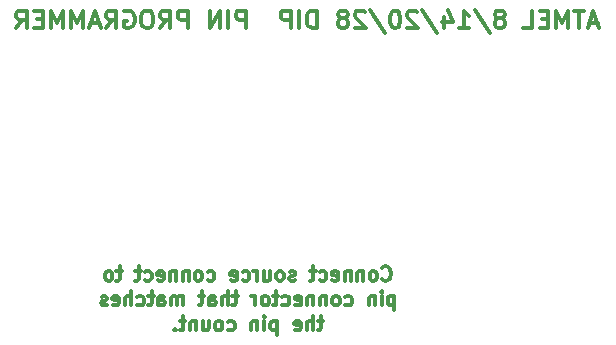
<source format=gbr>
G04 #@! TF.GenerationSoftware,KiCad,Pcbnew,5.1.5+dfsg1-2build2*
G04 #@! TF.CreationDate,2020-09-08T01:32:30-04:00*
G04 #@! TF.ProjectId,multi-avr,6d756c74-692d-4617-9672-2e6b69636164,rev?*
G04 #@! TF.SameCoordinates,Original*
G04 #@! TF.FileFunction,Legend,Bot*
G04 #@! TF.FilePolarity,Positive*
%FSLAX46Y46*%
G04 Gerber Fmt 4.6, Leading zero omitted, Abs format (unit mm)*
G04 Created by KiCad (PCBNEW 5.1.5+dfsg1-2build2) date 2020-09-08 01:32:30*
%MOMM*%
%LPD*%
G04 APERTURE LIST*
%ADD10C,0.300000*%
G04 APERTURE END LIST*
D10*
X135607142Y-37250000D02*
X134892857Y-37250000D01*
X135750000Y-37678571D02*
X135250000Y-36178571D01*
X134750000Y-37678571D01*
X134464285Y-36178571D02*
X133607142Y-36178571D01*
X134035714Y-37678571D02*
X134035714Y-36178571D01*
X133107142Y-37678571D02*
X133107142Y-36178571D01*
X132607142Y-37250000D01*
X132107142Y-36178571D01*
X132107142Y-37678571D01*
X131392857Y-36892857D02*
X130892857Y-36892857D01*
X130678571Y-37678571D02*
X131392857Y-37678571D01*
X131392857Y-36178571D01*
X130678571Y-36178571D01*
X129321428Y-37678571D02*
X130035714Y-37678571D01*
X130035714Y-36178571D01*
X127464285Y-36821428D02*
X127607142Y-36750000D01*
X127678571Y-36678571D01*
X127750000Y-36535714D01*
X127750000Y-36464285D01*
X127678571Y-36321428D01*
X127607142Y-36250000D01*
X127464285Y-36178571D01*
X127178571Y-36178571D01*
X127035714Y-36250000D01*
X126964285Y-36321428D01*
X126892857Y-36464285D01*
X126892857Y-36535714D01*
X126964285Y-36678571D01*
X127035714Y-36750000D01*
X127178571Y-36821428D01*
X127464285Y-36821428D01*
X127607142Y-36892857D01*
X127678571Y-36964285D01*
X127750000Y-37107142D01*
X127750000Y-37392857D01*
X127678571Y-37535714D01*
X127607142Y-37607142D01*
X127464285Y-37678571D01*
X127178571Y-37678571D01*
X127035714Y-37607142D01*
X126964285Y-37535714D01*
X126892857Y-37392857D01*
X126892857Y-37107142D01*
X126964285Y-36964285D01*
X127035714Y-36892857D01*
X127178571Y-36821428D01*
X125178571Y-36107142D02*
X126464285Y-38035714D01*
X123892857Y-37678571D02*
X124750000Y-37678571D01*
X124321428Y-37678571D02*
X124321428Y-36178571D01*
X124464285Y-36392857D01*
X124607142Y-36535714D01*
X124750000Y-36607142D01*
X122607142Y-36678571D02*
X122607142Y-37678571D01*
X122964285Y-36107142D02*
X123321428Y-37178571D01*
X122392857Y-37178571D01*
X120750000Y-36107142D02*
X122035714Y-38035714D01*
X120321428Y-36321428D02*
X120250000Y-36250000D01*
X120107142Y-36178571D01*
X119750000Y-36178571D01*
X119607142Y-36250000D01*
X119535714Y-36321428D01*
X119464285Y-36464285D01*
X119464285Y-36607142D01*
X119535714Y-36821428D01*
X120392857Y-37678571D01*
X119464285Y-37678571D01*
X118535714Y-36178571D02*
X118392857Y-36178571D01*
X118250000Y-36250000D01*
X118178571Y-36321428D01*
X118107142Y-36464285D01*
X118035714Y-36750000D01*
X118035714Y-37107142D01*
X118107142Y-37392857D01*
X118178571Y-37535714D01*
X118250000Y-37607142D01*
X118392857Y-37678571D01*
X118535714Y-37678571D01*
X118678571Y-37607142D01*
X118750000Y-37535714D01*
X118821428Y-37392857D01*
X118892857Y-37107142D01*
X118892857Y-36750000D01*
X118821428Y-36464285D01*
X118750000Y-36321428D01*
X118678571Y-36250000D01*
X118535714Y-36178571D01*
X116321428Y-36107142D02*
X117607142Y-38035714D01*
X115892857Y-36321428D02*
X115821428Y-36250000D01*
X115678571Y-36178571D01*
X115321428Y-36178571D01*
X115178571Y-36250000D01*
X115107142Y-36321428D01*
X115035714Y-36464285D01*
X115035714Y-36607142D01*
X115107142Y-36821428D01*
X115964285Y-37678571D01*
X115035714Y-37678571D01*
X114178571Y-36821428D02*
X114321428Y-36750000D01*
X114392857Y-36678571D01*
X114464285Y-36535714D01*
X114464285Y-36464285D01*
X114392857Y-36321428D01*
X114321428Y-36250000D01*
X114178571Y-36178571D01*
X113892857Y-36178571D01*
X113750000Y-36250000D01*
X113678571Y-36321428D01*
X113607142Y-36464285D01*
X113607142Y-36535714D01*
X113678571Y-36678571D01*
X113750000Y-36750000D01*
X113892857Y-36821428D01*
X114178571Y-36821428D01*
X114321428Y-36892857D01*
X114392857Y-36964285D01*
X114464285Y-37107142D01*
X114464285Y-37392857D01*
X114392857Y-37535714D01*
X114321428Y-37607142D01*
X114178571Y-37678571D01*
X113892857Y-37678571D01*
X113750000Y-37607142D01*
X113678571Y-37535714D01*
X113607142Y-37392857D01*
X113607142Y-37107142D01*
X113678571Y-36964285D01*
X113750000Y-36892857D01*
X113892857Y-36821428D01*
X111821428Y-37678571D02*
X111821428Y-36178571D01*
X111464285Y-36178571D01*
X111250000Y-36250000D01*
X111107142Y-36392857D01*
X111035714Y-36535714D01*
X110964285Y-36821428D01*
X110964285Y-37035714D01*
X111035714Y-37321428D01*
X111107142Y-37464285D01*
X111250000Y-37607142D01*
X111464285Y-37678571D01*
X111821428Y-37678571D01*
X110321428Y-37678571D02*
X110321428Y-36178571D01*
X109607142Y-37678571D02*
X109607142Y-36178571D01*
X109035714Y-36178571D01*
X108892857Y-36250000D01*
X108821428Y-36321428D01*
X108750000Y-36464285D01*
X108750000Y-36678571D01*
X108821428Y-36821428D01*
X108892857Y-36892857D01*
X109035714Y-36964285D01*
X109607142Y-36964285D01*
X105821428Y-37678571D02*
X105821428Y-36178571D01*
X105250000Y-36178571D01*
X105107142Y-36250000D01*
X105035714Y-36321428D01*
X104964285Y-36464285D01*
X104964285Y-36678571D01*
X105035714Y-36821428D01*
X105107142Y-36892857D01*
X105250000Y-36964285D01*
X105821428Y-36964285D01*
X104321428Y-37678571D02*
X104321428Y-36178571D01*
X103607142Y-37678571D02*
X103607142Y-36178571D01*
X102750000Y-37678571D01*
X102750000Y-36178571D01*
X100892857Y-37678571D02*
X100892857Y-36178571D01*
X100321428Y-36178571D01*
X100178571Y-36250000D01*
X100107142Y-36321428D01*
X100035714Y-36464285D01*
X100035714Y-36678571D01*
X100107142Y-36821428D01*
X100178571Y-36892857D01*
X100321428Y-36964285D01*
X100892857Y-36964285D01*
X98535714Y-37678571D02*
X99035714Y-36964285D01*
X99392857Y-37678571D02*
X99392857Y-36178571D01*
X98821428Y-36178571D01*
X98678571Y-36250000D01*
X98607142Y-36321428D01*
X98535714Y-36464285D01*
X98535714Y-36678571D01*
X98607142Y-36821428D01*
X98678571Y-36892857D01*
X98821428Y-36964285D01*
X99392857Y-36964285D01*
X97607142Y-36178571D02*
X97321428Y-36178571D01*
X97178571Y-36250000D01*
X97035714Y-36392857D01*
X96964285Y-36678571D01*
X96964285Y-37178571D01*
X97035714Y-37464285D01*
X97178571Y-37607142D01*
X97321428Y-37678571D01*
X97607142Y-37678571D01*
X97750000Y-37607142D01*
X97892857Y-37464285D01*
X97964285Y-37178571D01*
X97964285Y-36678571D01*
X97892857Y-36392857D01*
X97750000Y-36250000D01*
X97607142Y-36178571D01*
X95535714Y-36250000D02*
X95678571Y-36178571D01*
X95892857Y-36178571D01*
X96107142Y-36250000D01*
X96250000Y-36392857D01*
X96321428Y-36535714D01*
X96392857Y-36821428D01*
X96392857Y-37035714D01*
X96321428Y-37321428D01*
X96250000Y-37464285D01*
X96107142Y-37607142D01*
X95892857Y-37678571D01*
X95750000Y-37678571D01*
X95535714Y-37607142D01*
X95464285Y-37535714D01*
X95464285Y-37035714D01*
X95750000Y-37035714D01*
X93964285Y-37678571D02*
X94464285Y-36964285D01*
X94821428Y-37678571D02*
X94821428Y-36178571D01*
X94250000Y-36178571D01*
X94107142Y-36250000D01*
X94035714Y-36321428D01*
X93964285Y-36464285D01*
X93964285Y-36678571D01*
X94035714Y-36821428D01*
X94107142Y-36892857D01*
X94250000Y-36964285D01*
X94821428Y-36964285D01*
X93392857Y-37250000D02*
X92678571Y-37250000D01*
X93535714Y-37678571D02*
X93035714Y-36178571D01*
X92535714Y-37678571D01*
X92035714Y-37678571D02*
X92035714Y-36178571D01*
X91535714Y-37250000D01*
X91035714Y-36178571D01*
X91035714Y-37678571D01*
X90321428Y-37678571D02*
X90321428Y-36178571D01*
X89821428Y-37250000D01*
X89321428Y-36178571D01*
X89321428Y-37678571D01*
X88607142Y-36892857D02*
X88107142Y-36892857D01*
X87892857Y-37678571D02*
X88607142Y-37678571D01*
X88607142Y-36178571D01*
X87892857Y-36178571D01*
X86392857Y-37678571D02*
X86892857Y-36964285D01*
X87250000Y-37678571D02*
X87250000Y-36178571D01*
X86678571Y-36178571D01*
X86535714Y-36250000D01*
X86464285Y-36321428D01*
X86392857Y-36464285D01*
X86392857Y-36678571D01*
X86464285Y-36821428D01*
X86535714Y-36892857D01*
X86678571Y-36964285D01*
X87250000Y-36964285D01*
X117371428Y-58928571D02*
X117428571Y-58985714D01*
X117600000Y-59042857D01*
X117714285Y-59042857D01*
X117885714Y-58985714D01*
X118000000Y-58871428D01*
X118057142Y-58757142D01*
X118114285Y-58528571D01*
X118114285Y-58357142D01*
X118057142Y-58128571D01*
X118000000Y-58014285D01*
X117885714Y-57900000D01*
X117714285Y-57842857D01*
X117600000Y-57842857D01*
X117428571Y-57900000D01*
X117371428Y-57957142D01*
X116685714Y-59042857D02*
X116800000Y-58985714D01*
X116857142Y-58928571D01*
X116914285Y-58814285D01*
X116914285Y-58471428D01*
X116857142Y-58357142D01*
X116800000Y-58300000D01*
X116685714Y-58242857D01*
X116514285Y-58242857D01*
X116400000Y-58300000D01*
X116342857Y-58357142D01*
X116285714Y-58471428D01*
X116285714Y-58814285D01*
X116342857Y-58928571D01*
X116400000Y-58985714D01*
X116514285Y-59042857D01*
X116685714Y-59042857D01*
X115771428Y-58242857D02*
X115771428Y-59042857D01*
X115771428Y-58357142D02*
X115714285Y-58300000D01*
X115600000Y-58242857D01*
X115428571Y-58242857D01*
X115314285Y-58300000D01*
X115257142Y-58414285D01*
X115257142Y-59042857D01*
X114685714Y-58242857D02*
X114685714Y-59042857D01*
X114685714Y-58357142D02*
X114628571Y-58300000D01*
X114514285Y-58242857D01*
X114342857Y-58242857D01*
X114228571Y-58300000D01*
X114171428Y-58414285D01*
X114171428Y-59042857D01*
X113142857Y-58985714D02*
X113257142Y-59042857D01*
X113485714Y-59042857D01*
X113600000Y-58985714D01*
X113657142Y-58871428D01*
X113657142Y-58414285D01*
X113600000Y-58300000D01*
X113485714Y-58242857D01*
X113257142Y-58242857D01*
X113142857Y-58300000D01*
X113085714Y-58414285D01*
X113085714Y-58528571D01*
X113657142Y-58642857D01*
X112057142Y-58985714D02*
X112171428Y-59042857D01*
X112400000Y-59042857D01*
X112514285Y-58985714D01*
X112571428Y-58928571D01*
X112628571Y-58814285D01*
X112628571Y-58471428D01*
X112571428Y-58357142D01*
X112514285Y-58300000D01*
X112400000Y-58242857D01*
X112171428Y-58242857D01*
X112057142Y-58300000D01*
X111714285Y-58242857D02*
X111257142Y-58242857D01*
X111542857Y-57842857D02*
X111542857Y-58871428D01*
X111485714Y-58985714D01*
X111371428Y-59042857D01*
X111257142Y-59042857D01*
X109999999Y-58985714D02*
X109885714Y-59042857D01*
X109657142Y-59042857D01*
X109542857Y-58985714D01*
X109485714Y-58871428D01*
X109485714Y-58814285D01*
X109542857Y-58700000D01*
X109657142Y-58642857D01*
X109828571Y-58642857D01*
X109942857Y-58585714D01*
X109999999Y-58471428D01*
X109999999Y-58414285D01*
X109942857Y-58300000D01*
X109828571Y-58242857D01*
X109657142Y-58242857D01*
X109542857Y-58300000D01*
X108800000Y-59042857D02*
X108914285Y-58985714D01*
X108971428Y-58928571D01*
X109028571Y-58814285D01*
X109028571Y-58471428D01*
X108971428Y-58357142D01*
X108914285Y-58300000D01*
X108800000Y-58242857D01*
X108628571Y-58242857D01*
X108514285Y-58300000D01*
X108457142Y-58357142D01*
X108400000Y-58471428D01*
X108400000Y-58814285D01*
X108457142Y-58928571D01*
X108514285Y-58985714D01*
X108628571Y-59042857D01*
X108800000Y-59042857D01*
X107371428Y-58242857D02*
X107371428Y-59042857D01*
X107885714Y-58242857D02*
X107885714Y-58871428D01*
X107828571Y-58985714D01*
X107714285Y-59042857D01*
X107542857Y-59042857D01*
X107428571Y-58985714D01*
X107371428Y-58928571D01*
X106800000Y-59042857D02*
X106800000Y-58242857D01*
X106800000Y-58471428D02*
X106742857Y-58357142D01*
X106685714Y-58300000D01*
X106571428Y-58242857D01*
X106457142Y-58242857D01*
X105542857Y-58985714D02*
X105657142Y-59042857D01*
X105885714Y-59042857D01*
X105999999Y-58985714D01*
X106057142Y-58928571D01*
X106114285Y-58814285D01*
X106114285Y-58471428D01*
X106057142Y-58357142D01*
X105999999Y-58300000D01*
X105885714Y-58242857D01*
X105657142Y-58242857D01*
X105542857Y-58300000D01*
X104571428Y-58985714D02*
X104685714Y-59042857D01*
X104914285Y-59042857D01*
X105028571Y-58985714D01*
X105085714Y-58871428D01*
X105085714Y-58414285D01*
X105028571Y-58300000D01*
X104914285Y-58242857D01*
X104685714Y-58242857D01*
X104571428Y-58300000D01*
X104514285Y-58414285D01*
X104514285Y-58528571D01*
X105085714Y-58642857D01*
X102571428Y-58985714D02*
X102685714Y-59042857D01*
X102914285Y-59042857D01*
X103028571Y-58985714D01*
X103085714Y-58928571D01*
X103142857Y-58814285D01*
X103142857Y-58471428D01*
X103085714Y-58357142D01*
X103028571Y-58300000D01*
X102914285Y-58242857D01*
X102685714Y-58242857D01*
X102571428Y-58300000D01*
X101885714Y-59042857D02*
X101999999Y-58985714D01*
X102057142Y-58928571D01*
X102114285Y-58814285D01*
X102114285Y-58471428D01*
X102057142Y-58357142D01*
X101999999Y-58300000D01*
X101885714Y-58242857D01*
X101714285Y-58242857D01*
X101599999Y-58300000D01*
X101542857Y-58357142D01*
X101485714Y-58471428D01*
X101485714Y-58814285D01*
X101542857Y-58928571D01*
X101599999Y-58985714D01*
X101714285Y-59042857D01*
X101885714Y-59042857D01*
X100971428Y-58242857D02*
X100971428Y-59042857D01*
X100971428Y-58357142D02*
X100914285Y-58300000D01*
X100799999Y-58242857D01*
X100628571Y-58242857D01*
X100514285Y-58300000D01*
X100457142Y-58414285D01*
X100457142Y-59042857D01*
X99885714Y-58242857D02*
X99885714Y-59042857D01*
X99885714Y-58357142D02*
X99828571Y-58300000D01*
X99714285Y-58242857D01*
X99542857Y-58242857D01*
X99428571Y-58300000D01*
X99371428Y-58414285D01*
X99371428Y-59042857D01*
X98342857Y-58985714D02*
X98457142Y-59042857D01*
X98685714Y-59042857D01*
X98799999Y-58985714D01*
X98857142Y-58871428D01*
X98857142Y-58414285D01*
X98799999Y-58300000D01*
X98685714Y-58242857D01*
X98457142Y-58242857D01*
X98342857Y-58300000D01*
X98285714Y-58414285D01*
X98285714Y-58528571D01*
X98857142Y-58642857D01*
X97257142Y-58985714D02*
X97371428Y-59042857D01*
X97599999Y-59042857D01*
X97714285Y-58985714D01*
X97771428Y-58928571D01*
X97828571Y-58814285D01*
X97828571Y-58471428D01*
X97771428Y-58357142D01*
X97714285Y-58300000D01*
X97599999Y-58242857D01*
X97371428Y-58242857D01*
X97257142Y-58300000D01*
X96914285Y-58242857D02*
X96457142Y-58242857D01*
X96742857Y-57842857D02*
X96742857Y-58871428D01*
X96685714Y-58985714D01*
X96571428Y-59042857D01*
X96457142Y-59042857D01*
X95314285Y-58242857D02*
X94857142Y-58242857D01*
X95142857Y-57842857D02*
X95142857Y-58871428D01*
X95085714Y-58985714D01*
X94971428Y-59042857D01*
X94857142Y-59042857D01*
X94285714Y-59042857D02*
X94399999Y-58985714D01*
X94457142Y-58928571D01*
X94514285Y-58814285D01*
X94514285Y-58471428D01*
X94457142Y-58357142D01*
X94399999Y-58300000D01*
X94285714Y-58242857D01*
X94114285Y-58242857D01*
X93999999Y-58300000D01*
X93942857Y-58357142D01*
X93885714Y-58471428D01*
X93885714Y-58814285D01*
X93942857Y-58928571D01*
X93999999Y-58985714D01*
X94114285Y-59042857D01*
X94285714Y-59042857D01*
X118400000Y-60342857D02*
X118400000Y-61542857D01*
X118400000Y-60400000D02*
X118285714Y-60342857D01*
X118057142Y-60342857D01*
X117942857Y-60400000D01*
X117885714Y-60457142D01*
X117828571Y-60571428D01*
X117828571Y-60914285D01*
X117885714Y-61028571D01*
X117942857Y-61085714D01*
X118057142Y-61142857D01*
X118285714Y-61142857D01*
X118400000Y-61085714D01*
X117314285Y-61142857D02*
X117314285Y-60342857D01*
X117314285Y-59942857D02*
X117371428Y-60000000D01*
X117314285Y-60057142D01*
X117257142Y-60000000D01*
X117314285Y-59942857D01*
X117314285Y-60057142D01*
X116742857Y-60342857D02*
X116742857Y-61142857D01*
X116742857Y-60457142D02*
X116685714Y-60400000D01*
X116571428Y-60342857D01*
X116400000Y-60342857D01*
X116285714Y-60400000D01*
X116228571Y-60514285D01*
X116228571Y-61142857D01*
X114228571Y-61085714D02*
X114342857Y-61142857D01*
X114571428Y-61142857D01*
X114685714Y-61085714D01*
X114742857Y-61028571D01*
X114800000Y-60914285D01*
X114800000Y-60571428D01*
X114742857Y-60457142D01*
X114685714Y-60400000D01*
X114571428Y-60342857D01*
X114342857Y-60342857D01*
X114228571Y-60400000D01*
X113542857Y-61142857D02*
X113657142Y-61085714D01*
X113714285Y-61028571D01*
X113771428Y-60914285D01*
X113771428Y-60571428D01*
X113714285Y-60457142D01*
X113657142Y-60400000D01*
X113542857Y-60342857D01*
X113371428Y-60342857D01*
X113257142Y-60400000D01*
X113200000Y-60457142D01*
X113142857Y-60571428D01*
X113142857Y-60914285D01*
X113200000Y-61028571D01*
X113257142Y-61085714D01*
X113371428Y-61142857D01*
X113542857Y-61142857D01*
X112628571Y-60342857D02*
X112628571Y-61142857D01*
X112628571Y-60457142D02*
X112571428Y-60400000D01*
X112457142Y-60342857D01*
X112285714Y-60342857D01*
X112171428Y-60400000D01*
X112114285Y-60514285D01*
X112114285Y-61142857D01*
X111542857Y-60342857D02*
X111542857Y-61142857D01*
X111542857Y-60457142D02*
X111485714Y-60400000D01*
X111371428Y-60342857D01*
X111200000Y-60342857D01*
X111085714Y-60400000D01*
X111028571Y-60514285D01*
X111028571Y-61142857D01*
X110000000Y-61085714D02*
X110114285Y-61142857D01*
X110342857Y-61142857D01*
X110457142Y-61085714D01*
X110514285Y-60971428D01*
X110514285Y-60514285D01*
X110457142Y-60400000D01*
X110342857Y-60342857D01*
X110114285Y-60342857D01*
X110000000Y-60400000D01*
X109942857Y-60514285D01*
X109942857Y-60628571D01*
X110514285Y-60742857D01*
X108914285Y-61085714D02*
X109028571Y-61142857D01*
X109257142Y-61142857D01*
X109371428Y-61085714D01*
X109428571Y-61028571D01*
X109485714Y-60914285D01*
X109485714Y-60571428D01*
X109428571Y-60457142D01*
X109371428Y-60400000D01*
X109257142Y-60342857D01*
X109028571Y-60342857D01*
X108914285Y-60400000D01*
X108571428Y-60342857D02*
X108114285Y-60342857D01*
X108400000Y-59942857D02*
X108400000Y-60971428D01*
X108342857Y-61085714D01*
X108228571Y-61142857D01*
X108114285Y-61142857D01*
X107542857Y-61142857D02*
X107657142Y-61085714D01*
X107714285Y-61028571D01*
X107771428Y-60914285D01*
X107771428Y-60571428D01*
X107714285Y-60457142D01*
X107657142Y-60400000D01*
X107542857Y-60342857D01*
X107371428Y-60342857D01*
X107257142Y-60400000D01*
X107200000Y-60457142D01*
X107142857Y-60571428D01*
X107142857Y-60914285D01*
X107200000Y-61028571D01*
X107257142Y-61085714D01*
X107371428Y-61142857D01*
X107542857Y-61142857D01*
X106628571Y-61142857D02*
X106628571Y-60342857D01*
X106628571Y-60571428D02*
X106571428Y-60457142D01*
X106514285Y-60400000D01*
X106400000Y-60342857D01*
X106285714Y-60342857D01*
X105142857Y-60342857D02*
X104685714Y-60342857D01*
X104971428Y-59942857D02*
X104971428Y-60971428D01*
X104914285Y-61085714D01*
X104800000Y-61142857D01*
X104685714Y-61142857D01*
X104285714Y-61142857D02*
X104285714Y-59942857D01*
X103771428Y-61142857D02*
X103771428Y-60514285D01*
X103828571Y-60400000D01*
X103942857Y-60342857D01*
X104114285Y-60342857D01*
X104228571Y-60400000D01*
X104285714Y-60457142D01*
X102685714Y-61142857D02*
X102685714Y-60514285D01*
X102742857Y-60400000D01*
X102857142Y-60342857D01*
X103085714Y-60342857D01*
X103200000Y-60400000D01*
X102685714Y-61085714D02*
X102800000Y-61142857D01*
X103085714Y-61142857D01*
X103200000Y-61085714D01*
X103257142Y-60971428D01*
X103257142Y-60857142D01*
X103200000Y-60742857D01*
X103085714Y-60685714D01*
X102800000Y-60685714D01*
X102685714Y-60628571D01*
X102285714Y-60342857D02*
X101828571Y-60342857D01*
X102114285Y-59942857D02*
X102114285Y-60971428D01*
X102057142Y-61085714D01*
X101942857Y-61142857D01*
X101828571Y-61142857D01*
X100514285Y-61142857D02*
X100514285Y-60342857D01*
X100514285Y-60457142D02*
X100457142Y-60400000D01*
X100342857Y-60342857D01*
X100171428Y-60342857D01*
X100057142Y-60400000D01*
X100000000Y-60514285D01*
X100000000Y-61142857D01*
X100000000Y-60514285D02*
X99942857Y-60400000D01*
X99828571Y-60342857D01*
X99657142Y-60342857D01*
X99542857Y-60400000D01*
X99485714Y-60514285D01*
X99485714Y-61142857D01*
X98400000Y-61142857D02*
X98400000Y-60514285D01*
X98457142Y-60400000D01*
X98571428Y-60342857D01*
X98800000Y-60342857D01*
X98914285Y-60400000D01*
X98400000Y-61085714D02*
X98514285Y-61142857D01*
X98800000Y-61142857D01*
X98914285Y-61085714D01*
X98971428Y-60971428D01*
X98971428Y-60857142D01*
X98914285Y-60742857D01*
X98800000Y-60685714D01*
X98514285Y-60685714D01*
X98400000Y-60628571D01*
X98000000Y-60342857D02*
X97542857Y-60342857D01*
X97828571Y-59942857D02*
X97828571Y-60971428D01*
X97771428Y-61085714D01*
X97657142Y-61142857D01*
X97542857Y-61142857D01*
X96628571Y-61085714D02*
X96742857Y-61142857D01*
X96971428Y-61142857D01*
X97085714Y-61085714D01*
X97142857Y-61028571D01*
X97200000Y-60914285D01*
X97200000Y-60571428D01*
X97142857Y-60457142D01*
X97085714Y-60400000D01*
X96971428Y-60342857D01*
X96742857Y-60342857D01*
X96628571Y-60400000D01*
X96114285Y-61142857D02*
X96114285Y-59942857D01*
X95600000Y-61142857D02*
X95600000Y-60514285D01*
X95657142Y-60400000D01*
X95771428Y-60342857D01*
X95942857Y-60342857D01*
X96057142Y-60400000D01*
X96114285Y-60457142D01*
X94571428Y-61085714D02*
X94685714Y-61142857D01*
X94914285Y-61142857D01*
X95028571Y-61085714D01*
X95085714Y-60971428D01*
X95085714Y-60514285D01*
X95028571Y-60400000D01*
X94914285Y-60342857D01*
X94685714Y-60342857D01*
X94571428Y-60400000D01*
X94514285Y-60514285D01*
X94514285Y-60628571D01*
X95085714Y-60742857D01*
X94057142Y-61085714D02*
X93942857Y-61142857D01*
X93714285Y-61142857D01*
X93600000Y-61085714D01*
X93542857Y-60971428D01*
X93542857Y-60914285D01*
X93600000Y-60800000D01*
X93714285Y-60742857D01*
X93885714Y-60742857D01*
X94000000Y-60685714D01*
X94057142Y-60571428D01*
X94057142Y-60514285D01*
X94000000Y-60400000D01*
X93885714Y-60342857D01*
X93714285Y-60342857D01*
X93600000Y-60400000D01*
X112342857Y-62442857D02*
X111885714Y-62442857D01*
X112171428Y-62042857D02*
X112171428Y-63071428D01*
X112114285Y-63185714D01*
X112000000Y-63242857D01*
X111885714Y-63242857D01*
X111485714Y-63242857D02*
X111485714Y-62042857D01*
X110971428Y-63242857D02*
X110971428Y-62614285D01*
X111028571Y-62500000D01*
X111142857Y-62442857D01*
X111314285Y-62442857D01*
X111428571Y-62500000D01*
X111485714Y-62557142D01*
X109942857Y-63185714D02*
X110057142Y-63242857D01*
X110285714Y-63242857D01*
X110400000Y-63185714D01*
X110457142Y-63071428D01*
X110457142Y-62614285D01*
X110400000Y-62500000D01*
X110285714Y-62442857D01*
X110057142Y-62442857D01*
X109942857Y-62500000D01*
X109885714Y-62614285D01*
X109885714Y-62728571D01*
X110457142Y-62842857D01*
X108457142Y-62442857D02*
X108457142Y-63642857D01*
X108457142Y-62500000D02*
X108342857Y-62442857D01*
X108114285Y-62442857D01*
X108000000Y-62500000D01*
X107942857Y-62557142D01*
X107885714Y-62671428D01*
X107885714Y-63014285D01*
X107942857Y-63128571D01*
X108000000Y-63185714D01*
X108114285Y-63242857D01*
X108342857Y-63242857D01*
X108457142Y-63185714D01*
X107371428Y-63242857D02*
X107371428Y-62442857D01*
X107371428Y-62042857D02*
X107428571Y-62100000D01*
X107371428Y-62157142D01*
X107314285Y-62100000D01*
X107371428Y-62042857D01*
X107371428Y-62157142D01*
X106800000Y-62442857D02*
X106800000Y-63242857D01*
X106800000Y-62557142D02*
X106742857Y-62500000D01*
X106628571Y-62442857D01*
X106457142Y-62442857D01*
X106342857Y-62500000D01*
X106285714Y-62614285D01*
X106285714Y-63242857D01*
X104285714Y-63185714D02*
X104400000Y-63242857D01*
X104628571Y-63242857D01*
X104742857Y-63185714D01*
X104800000Y-63128571D01*
X104857142Y-63014285D01*
X104857142Y-62671428D01*
X104800000Y-62557142D01*
X104742857Y-62500000D01*
X104628571Y-62442857D01*
X104400000Y-62442857D01*
X104285714Y-62500000D01*
X103600000Y-63242857D02*
X103714285Y-63185714D01*
X103771428Y-63128571D01*
X103828571Y-63014285D01*
X103828571Y-62671428D01*
X103771428Y-62557142D01*
X103714285Y-62500000D01*
X103600000Y-62442857D01*
X103428571Y-62442857D01*
X103314285Y-62500000D01*
X103257142Y-62557142D01*
X103200000Y-62671428D01*
X103200000Y-63014285D01*
X103257142Y-63128571D01*
X103314285Y-63185714D01*
X103428571Y-63242857D01*
X103600000Y-63242857D01*
X102171428Y-62442857D02*
X102171428Y-63242857D01*
X102685714Y-62442857D02*
X102685714Y-63071428D01*
X102628571Y-63185714D01*
X102514285Y-63242857D01*
X102342857Y-63242857D01*
X102228571Y-63185714D01*
X102171428Y-63128571D01*
X101600000Y-62442857D02*
X101600000Y-63242857D01*
X101600000Y-62557142D02*
X101542857Y-62500000D01*
X101428571Y-62442857D01*
X101257142Y-62442857D01*
X101142857Y-62500000D01*
X101085714Y-62614285D01*
X101085714Y-63242857D01*
X100685714Y-62442857D02*
X100228571Y-62442857D01*
X100514285Y-62042857D02*
X100514285Y-63071428D01*
X100457142Y-63185714D01*
X100342857Y-63242857D01*
X100228571Y-63242857D01*
X99828571Y-63128571D02*
X99771428Y-63185714D01*
X99828571Y-63242857D01*
X99885714Y-63185714D01*
X99828571Y-63128571D01*
X99828571Y-63242857D01*
M02*

</source>
